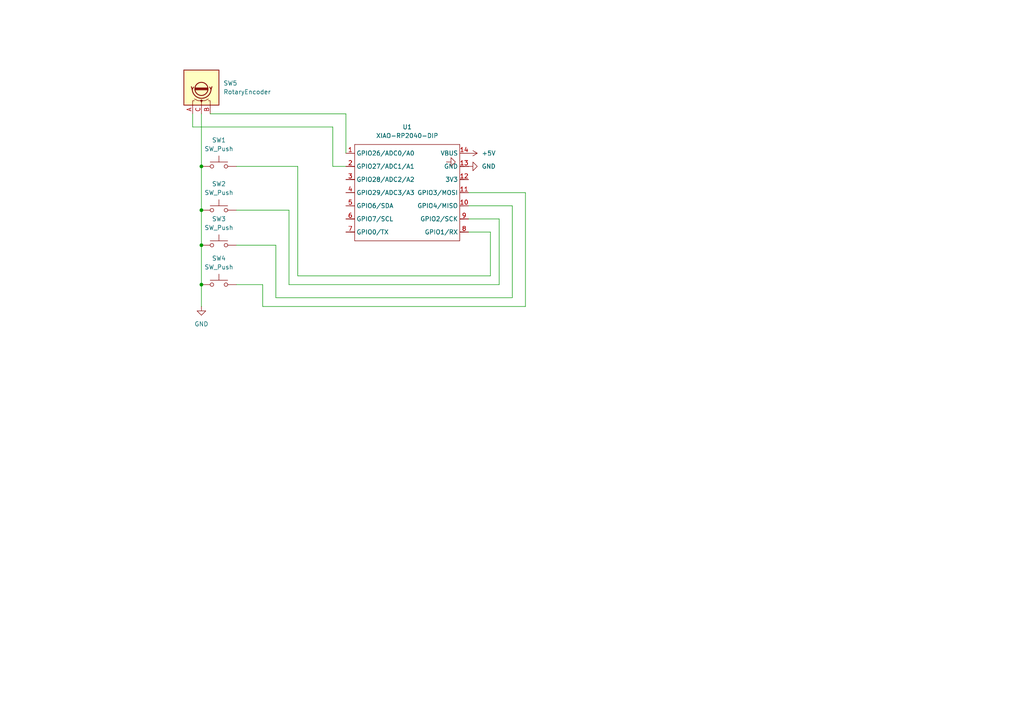
<source format=kicad_sch>
(kicad_sch
	(version 20250114)
	(generator "eeschema")
	(generator_version "9.0")
	(uuid "0ce10056-d0fb-4cb1-8af1-c651dab64af7")
	(paper "A4")
	(lib_symbols
		(symbol "Device:RotaryEncoder"
			(pin_names
				(offset 0.254)
				(hide yes)
			)
			(exclude_from_sim no)
			(in_bom yes)
			(on_board yes)
			(property "Reference" "SW"
				(at 0 6.604 0)
				(effects
					(font
						(size 1.27 1.27)
					)
				)
			)
			(property "Value" "RotaryEncoder"
				(at 0 -6.604 0)
				(effects
					(font
						(size 1.27 1.27)
					)
				)
			)
			(property "Footprint" ""
				(at -3.81 4.064 0)
				(effects
					(font
						(size 1.27 1.27)
					)
					(hide yes)
				)
			)
			(property "Datasheet" "~"
				(at 0 6.604 0)
				(effects
					(font
						(size 1.27 1.27)
					)
					(hide yes)
				)
			)
			(property "Description" "Rotary encoder, dual channel, incremental quadrate outputs"
				(at 0 0 0)
				(effects
					(font
						(size 1.27 1.27)
					)
					(hide yes)
				)
			)
			(property "ki_keywords" "rotary switch encoder"
				(at 0 0 0)
				(effects
					(font
						(size 1.27 1.27)
					)
					(hide yes)
				)
			)
			(property "ki_fp_filters" "RotaryEncoder*"
				(at 0 0 0)
				(effects
					(font
						(size 1.27 1.27)
					)
					(hide yes)
				)
			)
			(symbol "RotaryEncoder_0_1"
				(rectangle
					(start -5.08 5.08)
					(end 5.08 -5.08)
					(stroke
						(width 0.254)
						(type default)
					)
					(fill
						(type background)
					)
				)
				(polyline
					(pts
						(xy -5.08 2.54) (xy -3.81 2.54) (xy -3.81 2.032)
					)
					(stroke
						(width 0)
						(type default)
					)
					(fill
						(type none)
					)
				)
				(polyline
					(pts
						(xy -5.08 0) (xy -3.81 0) (xy -3.81 -1.016) (xy -3.302 -2.032)
					)
					(stroke
						(width 0)
						(type default)
					)
					(fill
						(type none)
					)
				)
				(polyline
					(pts
						(xy -5.08 -2.54) (xy -3.81 -2.54) (xy -3.81 -2.032)
					)
					(stroke
						(width 0)
						(type default)
					)
					(fill
						(type none)
					)
				)
				(polyline
					(pts
						(xy -4.318 0) (xy -3.81 0) (xy -3.81 1.016) (xy -3.302 2.032)
					)
					(stroke
						(width 0)
						(type default)
					)
					(fill
						(type none)
					)
				)
				(circle
					(center -3.81 0)
					(radius 0.254)
					(stroke
						(width 0)
						(type default)
					)
					(fill
						(type outline)
					)
				)
				(polyline
					(pts
						(xy -0.635 -1.778) (xy -0.635 1.778)
					)
					(stroke
						(width 0.254)
						(type default)
					)
					(fill
						(type none)
					)
				)
				(circle
					(center -0.381 0)
					(radius 1.905)
					(stroke
						(width 0.254)
						(type default)
					)
					(fill
						(type none)
					)
				)
				(polyline
					(pts
						(xy -0.381 -1.778) (xy -0.381 1.778)
					)
					(stroke
						(width 0.254)
						(type default)
					)
					(fill
						(type none)
					)
				)
				(arc
					(start -0.381 -2.794)
					(mid -3.0988 -0.0635)
					(end -0.381 2.667)
					(stroke
						(width 0.254)
						(type default)
					)
					(fill
						(type none)
					)
				)
				(polyline
					(pts
						(xy -0.127 1.778) (xy -0.127 -1.778)
					)
					(stroke
						(width 0.254)
						(type default)
					)
					(fill
						(type none)
					)
				)
				(polyline
					(pts
						(xy 0.254 2.921) (xy -0.508 2.667) (xy 0.127 2.286)
					)
					(stroke
						(width 0.254)
						(type default)
					)
					(fill
						(type none)
					)
				)
				(polyline
					(pts
						(xy 0.254 -3.048) (xy -0.508 -2.794) (xy 0.127 -2.413)
					)
					(stroke
						(width 0.254)
						(type default)
					)
					(fill
						(type none)
					)
				)
			)
			(symbol "RotaryEncoder_1_1"
				(pin passive line
					(at -7.62 2.54 0)
					(length 2.54)
					(name "A"
						(effects
							(font
								(size 1.27 1.27)
							)
						)
					)
					(number "A"
						(effects
							(font
								(size 1.27 1.27)
							)
						)
					)
				)
				(pin passive line
					(at -7.62 0 0)
					(length 2.54)
					(name "C"
						(effects
							(font
								(size 1.27 1.27)
							)
						)
					)
					(number "C"
						(effects
							(font
								(size 1.27 1.27)
							)
						)
					)
				)
				(pin passive line
					(at -7.62 -2.54 0)
					(length 2.54)
					(name "B"
						(effects
							(font
								(size 1.27 1.27)
							)
						)
					)
					(number "B"
						(effects
							(font
								(size 1.27 1.27)
							)
						)
					)
				)
			)
			(embedded_fonts no)
		)
		(symbol "OPL:XIAO-RP2040-DIP"
			(exclude_from_sim no)
			(in_bom yes)
			(on_board yes)
			(property "Reference" "U"
				(at 0 0 0)
				(effects
					(font
						(size 1.27 1.27)
					)
				)
			)
			(property "Value" "XIAO-RP2040-DIP"
				(at 5.334 -1.778 0)
				(effects
					(font
						(size 1.27 1.27)
					)
				)
			)
			(property "Footprint" "Module:MOUDLE14P-XIAO-DIP-SMD"
				(at 14.478 -32.258 0)
				(effects
					(font
						(size 1.27 1.27)
					)
					(hide yes)
				)
			)
			(property "Datasheet" ""
				(at 0 0 0)
				(effects
					(font
						(size 1.27 1.27)
					)
					(hide yes)
				)
			)
			(property "Description" ""
				(at 0 0 0)
				(effects
					(font
						(size 1.27 1.27)
					)
					(hide yes)
				)
			)
			(symbol "XIAO-RP2040-DIP_1_0"
				(polyline
					(pts
						(xy -1.27 -2.54) (xy 29.21 -2.54)
					)
					(stroke
						(width 0.1524)
						(type solid)
					)
					(fill
						(type none)
					)
				)
				(polyline
					(pts
						(xy -1.27 -5.08) (xy -2.54 -5.08)
					)
					(stroke
						(width 0.1524)
						(type solid)
					)
					(fill
						(type none)
					)
				)
				(polyline
					(pts
						(xy -1.27 -5.08) (xy -1.27 -2.54)
					)
					(stroke
						(width 0.1524)
						(type solid)
					)
					(fill
						(type none)
					)
				)
				(polyline
					(pts
						(xy -1.27 -8.89) (xy -2.54 -8.89)
					)
					(stroke
						(width 0.1524)
						(type solid)
					)
					(fill
						(type none)
					)
				)
				(polyline
					(pts
						(xy -1.27 -8.89) (xy -1.27 -5.08)
					)
					(stroke
						(width 0.1524)
						(type solid)
					)
					(fill
						(type none)
					)
				)
				(polyline
					(pts
						(xy -1.27 -12.7) (xy -2.54 -12.7)
					)
					(stroke
						(width 0.1524)
						(type solid)
					)
					(fill
						(type none)
					)
				)
				(polyline
					(pts
						(xy -1.27 -12.7) (xy -1.27 -8.89)
					)
					(stroke
						(width 0.1524)
						(type solid)
					)
					(fill
						(type none)
					)
				)
				(polyline
					(pts
						(xy -1.27 -16.51) (xy -2.54 -16.51)
					)
					(stroke
						(width 0.1524)
						(type solid)
					)
					(fill
						(type none)
					)
				)
				(polyline
					(pts
						(xy -1.27 -16.51) (xy -1.27 -12.7)
					)
					(stroke
						(width 0.1524)
						(type solid)
					)
					(fill
						(type none)
					)
				)
				(polyline
					(pts
						(xy -1.27 -20.32) (xy -2.54 -20.32)
					)
					(stroke
						(width 0.1524)
						(type solid)
					)
					(fill
						(type none)
					)
				)
				(polyline
					(pts
						(xy -1.27 -24.13) (xy -2.54 -24.13)
					)
					(stroke
						(width 0.1524)
						(type solid)
					)
					(fill
						(type none)
					)
				)
				(polyline
					(pts
						(xy -1.27 -27.94) (xy -2.54 -27.94)
					)
					(stroke
						(width 0.1524)
						(type solid)
					)
					(fill
						(type none)
					)
				)
				(polyline
					(pts
						(xy -1.27 -30.48) (xy -1.27 -16.51)
					)
					(stroke
						(width 0.1524)
						(type solid)
					)
					(fill
						(type none)
					)
				)
				(polyline
					(pts
						(xy 29.21 -2.54) (xy 29.21 -5.08)
					)
					(stroke
						(width 0.1524)
						(type solid)
					)
					(fill
						(type none)
					)
				)
				(polyline
					(pts
						(xy 29.21 -5.08) (xy 29.21 -8.89)
					)
					(stroke
						(width 0.1524)
						(type solid)
					)
					(fill
						(type none)
					)
				)
				(polyline
					(pts
						(xy 29.21 -8.89) (xy 29.21 -12.7)
					)
					(stroke
						(width 0.1524)
						(type solid)
					)
					(fill
						(type none)
					)
				)
				(polyline
					(pts
						(xy 29.21 -12.7) (xy 29.21 -30.48)
					)
					(stroke
						(width 0.1524)
						(type solid)
					)
					(fill
						(type none)
					)
				)
				(polyline
					(pts
						(xy 29.21 -30.48) (xy -1.27 -30.48)
					)
					(stroke
						(width 0.1524)
						(type solid)
					)
					(fill
						(type none)
					)
				)
				(polyline
					(pts
						(xy 30.48 -5.08) (xy 29.21 -5.08)
					)
					(stroke
						(width 0.1524)
						(type solid)
					)
					(fill
						(type none)
					)
				)
				(polyline
					(pts
						(xy 30.48 -8.89) (xy 29.21 -8.89)
					)
					(stroke
						(width 0.1524)
						(type solid)
					)
					(fill
						(type none)
					)
				)
				(polyline
					(pts
						(xy 30.48 -12.7) (xy 29.21 -12.7)
					)
					(stroke
						(width 0.1524)
						(type solid)
					)
					(fill
						(type none)
					)
				)
				(polyline
					(pts
						(xy 30.48 -16.51) (xy 29.21 -16.51)
					)
					(stroke
						(width 0.1524)
						(type solid)
					)
					(fill
						(type none)
					)
				)
				(polyline
					(pts
						(xy 30.48 -20.32) (xy 29.21 -20.32)
					)
					(stroke
						(width 0.1524)
						(type solid)
					)
					(fill
						(type none)
					)
				)
				(polyline
					(pts
						(xy 30.48 -24.13) (xy 29.21 -24.13)
					)
					(stroke
						(width 0.1524)
						(type solid)
					)
					(fill
						(type none)
					)
				)
				(polyline
					(pts
						(xy 30.48 -27.94) (xy 29.21 -27.94)
					)
					(stroke
						(width 0.1524)
						(type solid)
					)
					(fill
						(type none)
					)
				)
				(pin passive line
					(at -3.81 -5.08 0)
					(length 2.54)
					(name "GPIO26/ADC0/A0"
						(effects
							(font
								(size 1.27 1.27)
							)
						)
					)
					(number "1"
						(effects
							(font
								(size 1.27 1.27)
							)
						)
					)
				)
				(pin passive line
					(at -3.81 -8.89 0)
					(length 2.54)
					(name "GPIO27/ADC1/A1"
						(effects
							(font
								(size 1.27 1.27)
							)
						)
					)
					(number "2"
						(effects
							(font
								(size 1.27 1.27)
							)
						)
					)
				)
				(pin passive line
					(at -3.81 -12.7 0)
					(length 2.54)
					(name "GPIO28/ADC2/A2"
						(effects
							(font
								(size 1.27 1.27)
							)
						)
					)
					(number "3"
						(effects
							(font
								(size 1.27 1.27)
							)
						)
					)
				)
				(pin passive line
					(at -3.81 -16.51 0)
					(length 2.54)
					(name "GPIO29/ADC3/A3"
						(effects
							(font
								(size 1.27 1.27)
							)
						)
					)
					(number "4"
						(effects
							(font
								(size 1.27 1.27)
							)
						)
					)
				)
				(pin passive line
					(at -3.81 -20.32 0)
					(length 2.54)
					(name "GPIO6/SDA"
						(effects
							(font
								(size 1.27 1.27)
							)
						)
					)
					(number "5"
						(effects
							(font
								(size 1.27 1.27)
							)
						)
					)
				)
				(pin passive line
					(at -3.81 -24.13 0)
					(length 2.54)
					(name "GPIO7/SCL"
						(effects
							(font
								(size 1.27 1.27)
							)
						)
					)
					(number "6"
						(effects
							(font
								(size 1.27 1.27)
							)
						)
					)
				)
				(pin passive line
					(at -3.81 -27.94 0)
					(length 2.54)
					(name "GPIO0/TX"
						(effects
							(font
								(size 1.27 1.27)
							)
						)
					)
					(number "7"
						(effects
							(font
								(size 1.27 1.27)
							)
						)
					)
				)
				(pin passive line
					(at 31.75 -5.08 180)
					(length 2.54)
					(name "VBUS"
						(effects
							(font
								(size 1.27 1.27)
							)
						)
					)
					(number "14"
						(effects
							(font
								(size 1.27 1.27)
							)
						)
					)
				)
				(pin passive line
					(at 31.75 -8.89 180)
					(length 2.54)
					(name "GND"
						(effects
							(font
								(size 1.27 1.27)
							)
						)
					)
					(number "13"
						(effects
							(font
								(size 1.27 1.27)
							)
						)
					)
				)
				(pin passive line
					(at 31.75 -12.7 180)
					(length 2.54)
					(name "3V3"
						(effects
							(font
								(size 1.27 1.27)
							)
						)
					)
					(number "12"
						(effects
							(font
								(size 1.27 1.27)
							)
						)
					)
				)
				(pin passive line
					(at 31.75 -16.51 180)
					(length 2.54)
					(name "GPIO3/MOSI"
						(effects
							(font
								(size 1.27 1.27)
							)
						)
					)
					(number "11"
						(effects
							(font
								(size 1.27 1.27)
							)
						)
					)
				)
				(pin passive line
					(at 31.75 -20.32 180)
					(length 2.54)
					(name "GPIO4/MISO"
						(effects
							(font
								(size 1.27 1.27)
							)
						)
					)
					(number "10"
						(effects
							(font
								(size 1.27 1.27)
							)
						)
					)
				)
				(pin passive line
					(at 31.75 -24.13 180)
					(length 2.54)
					(name "GPIO2/SCK"
						(effects
							(font
								(size 1.27 1.27)
							)
						)
					)
					(number "9"
						(effects
							(font
								(size 1.27 1.27)
							)
						)
					)
				)
				(pin passive line
					(at 31.75 -27.94 180)
					(length 2.54)
					(name "GPIO1/RX"
						(effects
							(font
								(size 1.27 1.27)
							)
						)
					)
					(number "8"
						(effects
							(font
								(size 1.27 1.27)
							)
						)
					)
				)
			)
			(embedded_fonts no)
		)
		(symbol "Switch:SW_Push"
			(pin_numbers
				(hide yes)
			)
			(pin_names
				(offset 1.016)
				(hide yes)
			)
			(exclude_from_sim no)
			(in_bom yes)
			(on_board yes)
			(property "Reference" "SW"
				(at 1.27 2.54 0)
				(effects
					(font
						(size 1.27 1.27)
					)
					(justify left)
				)
			)
			(property "Value" "SW_Push"
				(at 0 -1.524 0)
				(effects
					(font
						(size 1.27 1.27)
					)
				)
			)
			(property "Footprint" ""
				(at 0 5.08 0)
				(effects
					(font
						(size 1.27 1.27)
					)
					(hide yes)
				)
			)
			(property "Datasheet" "~"
				(at 0 5.08 0)
				(effects
					(font
						(size 1.27 1.27)
					)
					(hide yes)
				)
			)
			(property "Description" "Push button switch, generic, two pins"
				(at 0 0 0)
				(effects
					(font
						(size 1.27 1.27)
					)
					(hide yes)
				)
			)
			(property "ki_keywords" "switch normally-open pushbutton push-button"
				(at 0 0 0)
				(effects
					(font
						(size 1.27 1.27)
					)
					(hide yes)
				)
			)
			(symbol "SW_Push_0_1"
				(circle
					(center -2.032 0)
					(radius 0.508)
					(stroke
						(width 0)
						(type default)
					)
					(fill
						(type none)
					)
				)
				(polyline
					(pts
						(xy 0 1.27) (xy 0 3.048)
					)
					(stroke
						(width 0)
						(type default)
					)
					(fill
						(type none)
					)
				)
				(circle
					(center 2.032 0)
					(radius 0.508)
					(stroke
						(width 0)
						(type default)
					)
					(fill
						(type none)
					)
				)
				(polyline
					(pts
						(xy 2.54 1.27) (xy -2.54 1.27)
					)
					(stroke
						(width 0)
						(type default)
					)
					(fill
						(type none)
					)
				)
				(pin passive line
					(at -5.08 0 0)
					(length 2.54)
					(name "1"
						(effects
							(font
								(size 1.27 1.27)
							)
						)
					)
					(number "1"
						(effects
							(font
								(size 1.27 1.27)
							)
						)
					)
				)
				(pin passive line
					(at 5.08 0 180)
					(length 2.54)
					(name "2"
						(effects
							(font
								(size 1.27 1.27)
							)
						)
					)
					(number "2"
						(effects
							(font
								(size 1.27 1.27)
							)
						)
					)
				)
			)
			(embedded_fonts no)
		)
		(symbol "power:+5V"
			(power)
			(pin_numbers
				(hide yes)
			)
			(pin_names
				(offset 0)
				(hide yes)
			)
			(exclude_from_sim no)
			(in_bom yes)
			(on_board yes)
			(property "Reference" "#PWR"
				(at 0 -3.81 0)
				(effects
					(font
						(size 1.27 1.27)
					)
					(hide yes)
				)
			)
			(property "Value" "+5V"
				(at 0 3.556 0)
				(effects
					(font
						(size 1.27 1.27)
					)
				)
			)
			(property "Footprint" ""
				(at 0 0 0)
				(effects
					(font
						(size 1.27 1.27)
					)
					(hide yes)
				)
			)
			(property "Datasheet" ""
				(at 0 0 0)
				(effects
					(font
						(size 1.27 1.27)
					)
					(hide yes)
				)
			)
			(property "Description" "Power symbol creates a global label with name \"+5V\""
				(at 0 0 0)
				(effects
					(font
						(size 1.27 1.27)
					)
					(hide yes)
				)
			)
			(property "ki_keywords" "global power"
				(at 0 0 0)
				(effects
					(font
						(size 1.27 1.27)
					)
					(hide yes)
				)
			)
			(symbol "+5V_0_1"
				(polyline
					(pts
						(xy -0.762 1.27) (xy 0 2.54)
					)
					(stroke
						(width 0)
						(type default)
					)
					(fill
						(type none)
					)
				)
				(polyline
					(pts
						(xy 0 2.54) (xy 0.762 1.27)
					)
					(stroke
						(width 0)
						(type default)
					)
					(fill
						(type none)
					)
				)
				(polyline
					(pts
						(xy 0 0) (xy 0 2.54)
					)
					(stroke
						(width 0)
						(type default)
					)
					(fill
						(type none)
					)
				)
			)
			(symbol "+5V_1_1"
				(pin power_in line
					(at 0 0 90)
					(length 0)
					(name "~"
						(effects
							(font
								(size 1.27 1.27)
							)
						)
					)
					(number "1"
						(effects
							(font
								(size 1.27 1.27)
							)
						)
					)
				)
			)
			(embedded_fonts no)
		)
		(symbol "power:GND"
			(power)
			(pin_numbers
				(hide yes)
			)
			(pin_names
				(offset 0)
				(hide yes)
			)
			(exclude_from_sim no)
			(in_bom yes)
			(on_board yes)
			(property "Reference" "#PWR"
				(at 0 -6.35 0)
				(effects
					(font
						(size 1.27 1.27)
					)
					(hide yes)
				)
			)
			(property "Value" "GND"
				(at 0 -3.81 0)
				(effects
					(font
						(size 1.27 1.27)
					)
				)
			)
			(property "Footprint" ""
				(at 0 0 0)
				(effects
					(font
						(size 1.27 1.27)
					)
					(hide yes)
				)
			)
			(property "Datasheet" ""
				(at 0 0 0)
				(effects
					(font
						(size 1.27 1.27)
					)
					(hide yes)
				)
			)
			(property "Description" "Power symbol creates a global label with name \"GND\" , ground"
				(at 0 0 0)
				(effects
					(font
						(size 1.27 1.27)
					)
					(hide yes)
				)
			)
			(property "ki_keywords" "global power"
				(at 0 0 0)
				(effects
					(font
						(size 1.27 1.27)
					)
					(hide yes)
				)
			)
			(symbol "GND_0_1"
				(polyline
					(pts
						(xy 0 0) (xy 0 -1.27) (xy 1.27 -1.27) (xy 0 -2.54) (xy -1.27 -1.27) (xy 0 -1.27)
					)
					(stroke
						(width 0)
						(type default)
					)
					(fill
						(type none)
					)
				)
			)
			(symbol "GND_1_1"
				(pin power_in line
					(at 0 0 270)
					(length 0)
					(name "~"
						(effects
							(font
								(size 1.27 1.27)
							)
						)
					)
					(number "1"
						(effects
							(font
								(size 1.27 1.27)
							)
						)
					)
				)
			)
			(embedded_fonts no)
		)
	)
	(junction
		(at 58.42 82.55)
		(diameter 0)
		(color 0 0 0 0)
		(uuid "103b64e6-ad0a-4f4e-9798-52ae1c8af522")
	)
	(junction
		(at 58.42 60.96)
		(diameter 0)
		(color 0 0 0 0)
		(uuid "39f8c8ff-deae-49d8-b8b9-18204da4e028")
	)
	(junction
		(at 58.42 71.12)
		(diameter 0)
		(color 0 0 0 0)
		(uuid "6305bb8e-3bda-4bd8-81d8-32c068c8c157")
	)
	(junction
		(at 58.42 48.26)
		(diameter 0)
		(color 0 0 0 0)
		(uuid "9c607f8c-0894-4109-a9df-0dca9aed63c8")
	)
	(wire
		(pts
			(xy 152.4 88.9) (xy 76.2 88.9)
		)
		(stroke
			(width 0)
			(type default)
		)
		(uuid "006d0296-7144-4a4d-b5c0-adf3ea29184c")
	)
	(wire
		(pts
			(xy 58.42 71.12) (xy 58.42 82.55)
		)
		(stroke
			(width 0)
			(type default)
		)
		(uuid "250f6e2c-047e-4dcc-a6f1-81e85653307f")
	)
	(wire
		(pts
			(xy 80.01 86.36) (xy 80.01 71.12)
		)
		(stroke
			(width 0)
			(type default)
		)
		(uuid "263f10a8-81d4-494c-b4cd-20d955e96f0f")
	)
	(wire
		(pts
			(xy 135.89 63.5) (xy 144.78 63.5)
		)
		(stroke
			(width 0)
			(type default)
		)
		(uuid "27aa744d-8ed5-4056-b03d-be5daa82de31")
	)
	(wire
		(pts
			(xy 55.88 36.83) (xy 55.88 33.02)
		)
		(stroke
			(width 0)
			(type default)
		)
		(uuid "310c7a3a-e0a6-4a6a-9985-1e9258203853")
	)
	(wire
		(pts
			(xy 86.36 80.01) (xy 86.36 48.26)
		)
		(stroke
			(width 0)
			(type default)
		)
		(uuid "3af57118-c776-4726-84f8-5eb801dbf8ed")
	)
	(wire
		(pts
			(xy 142.24 67.31) (xy 142.24 80.01)
		)
		(stroke
			(width 0)
			(type default)
		)
		(uuid "3f60e2fa-986b-46b2-aaea-432588c11a54")
	)
	(wire
		(pts
			(xy 135.89 67.31) (xy 142.24 67.31)
		)
		(stroke
			(width 0)
			(type default)
		)
		(uuid "44c953be-de26-4c65-aa89-c7956da8379c")
	)
	(wire
		(pts
			(xy 142.24 80.01) (xy 86.36 80.01)
		)
		(stroke
			(width 0)
			(type default)
		)
		(uuid "4db47987-b9e2-4a0f-a6cc-8cb75db54384")
	)
	(wire
		(pts
			(xy 80.01 71.12) (xy 68.58 71.12)
		)
		(stroke
			(width 0)
			(type default)
		)
		(uuid "4e25a02d-2149-451f-9302-2631f19e6c65")
	)
	(wire
		(pts
			(xy 58.42 82.55) (xy 58.42 88.9)
		)
		(stroke
			(width 0)
			(type default)
		)
		(uuid "5701f57a-bfcd-4ae7-83f7-09f923032149")
	)
	(wire
		(pts
			(xy 144.78 63.5) (xy 144.78 82.55)
		)
		(stroke
			(width 0)
			(type default)
		)
		(uuid "5b6ee40f-7105-4124-b893-d1b0a2e3443f")
	)
	(wire
		(pts
			(xy 83.82 82.55) (xy 83.82 60.96)
		)
		(stroke
			(width 0)
			(type default)
		)
		(uuid "660ce49f-d2fd-4f10-94f4-e3bcf904d2e3")
	)
	(wire
		(pts
			(xy 58.42 60.96) (xy 58.42 71.12)
		)
		(stroke
			(width 0)
			(type default)
		)
		(uuid "6a8f568b-10dd-4c61-b675-899aa8b7a182")
	)
	(wire
		(pts
			(xy 96.52 36.83) (xy 55.88 36.83)
		)
		(stroke
			(width 0)
			(type default)
		)
		(uuid "6feb025c-7d1b-4584-bee4-d3851577e4bc")
	)
	(wire
		(pts
			(xy 100.33 48.26) (xy 96.52 48.26)
		)
		(stroke
			(width 0)
			(type default)
		)
		(uuid "751fd94c-7743-43f7-8253-88c726280b03")
	)
	(wire
		(pts
			(xy 58.42 33.02) (xy 58.42 48.26)
		)
		(stroke
			(width 0)
			(type default)
		)
		(uuid "7c170a8a-77f9-453d-8806-374d2e44241d")
	)
	(wire
		(pts
			(xy 135.89 59.69) (xy 148.59 59.69)
		)
		(stroke
			(width 0)
			(type default)
		)
		(uuid "91bb2023-0b06-4ed0-a92e-45685acf98d6")
	)
	(wire
		(pts
			(xy 148.59 86.36) (xy 80.01 86.36)
		)
		(stroke
			(width 0)
			(type default)
		)
		(uuid "a48994b4-8eed-4f9b-bca4-a0579120e823")
	)
	(wire
		(pts
			(xy 58.42 48.26) (xy 58.42 60.96)
		)
		(stroke
			(width 0)
			(type default)
		)
		(uuid "a5f5cdd3-e3e5-460a-a766-66c2660cbfe5")
	)
	(wire
		(pts
			(xy 135.89 55.88) (xy 152.4 55.88)
		)
		(stroke
			(width 0)
			(type default)
		)
		(uuid "ac91d46b-3b88-47cf-aabc-551b240f6d94")
	)
	(wire
		(pts
			(xy 86.36 48.26) (xy 68.58 48.26)
		)
		(stroke
			(width 0)
			(type default)
		)
		(uuid "af265a49-3b34-46d6-bde8-7eccd9aecb24")
	)
	(wire
		(pts
			(xy 152.4 55.88) (xy 152.4 88.9)
		)
		(stroke
			(width 0)
			(type default)
		)
		(uuid "af410574-7e53-4cca-bddc-7b7ccea58839")
	)
	(wire
		(pts
			(xy 100.33 33.02) (xy 60.96 33.02)
		)
		(stroke
			(width 0)
			(type default)
		)
		(uuid "c05b3e10-a732-4387-b67c-97261ffe9d08")
	)
	(wire
		(pts
			(xy 76.2 82.55) (xy 68.58 82.55)
		)
		(stroke
			(width 0)
			(type default)
		)
		(uuid "cdfc26e5-56dd-47ee-b528-ebac578b69ac")
	)
	(wire
		(pts
			(xy 76.2 88.9) (xy 76.2 82.55)
		)
		(stroke
			(width 0)
			(type default)
		)
		(uuid "d4228edb-18b3-47a6-8c9b-39ceec35177b")
	)
	(wire
		(pts
			(xy 148.59 59.69) (xy 148.59 86.36)
		)
		(stroke
			(width 0)
			(type default)
		)
		(uuid "dcaebc40-3989-473c-a813-d10b9fc823c5")
	)
	(wire
		(pts
			(xy 100.33 44.45) (xy 100.33 33.02)
		)
		(stroke
			(width 0)
			(type default)
		)
		(uuid "f2db27c5-4969-4a30-b02d-7e86ffba3b4c")
	)
	(wire
		(pts
			(xy 96.52 48.26) (xy 96.52 36.83)
		)
		(stroke
			(width 0)
			(type default)
		)
		(uuid "f9a852ed-85d4-4430-968c-b2c8412809c9")
	)
	(wire
		(pts
			(xy 83.82 60.96) (xy 68.58 60.96)
		)
		(stroke
			(width 0)
			(type default)
		)
		(uuid "f9e3e9f7-6c3f-42d1-a615-d523f8f363fc")
	)
	(wire
		(pts
			(xy 144.78 82.55) (xy 83.82 82.55)
		)
		(stroke
			(width 0)
			(type default)
		)
		(uuid "fd8552fe-d72a-44e9-8179-7317dbde46fd")
	)
	(symbol
		(lib_id "Switch:SW_Push")
		(at 63.5 48.26 0)
		(unit 1)
		(exclude_from_sim no)
		(in_bom yes)
		(on_board yes)
		(dnp no)
		(fields_autoplaced yes)
		(uuid "345f5bab-0df4-48f6-9600-7339176ee9af")
		(property "Reference" "SW1"
			(at 63.5 40.64 0)
			(effects
				(font
					(size 1.27 1.27)
				)
			)
		)
		(property "Value" "SW_Push"
			(at 63.5 43.18 0)
			(effects
				(font
					(size 1.27 1.27)
				)
			)
		)
		(property "Footprint" "Button_Switch_Keyboard:SW_Cherry_MX_1.00u_PCB"
			(at 63.5 43.18 0)
			(effects
				(font
					(size 1.27 1.27)
				)
				(hide yes)
			)
		)
		(property "Datasheet" "~"
			(at 63.5 43.18 0)
			(effects
				(font
					(size 1.27 1.27)
				)
				(hide yes)
			)
		)
		(property "Description" "Push button switch, generic, two pins"
			(at 63.5 48.26 0)
			(effects
				(font
					(size 1.27 1.27)
				)
				(hide yes)
			)
		)
		(pin "2"
			(uuid "2c82ba03-e05d-4daf-b336-0b8798aad169")
		)
		(pin "1"
			(uuid "cda132d0-d4fe-40c8-8ed2-6c2bac79e8c1")
		)
		(instances
			(project ""
				(path "/0ce10056-d0fb-4cb1-8af1-c651dab64af7"
					(reference "SW1")
					(unit 1)
				)
			)
		)
	)
	(symbol
		(lib_id "power:GND")
		(at 135.89 48.26 90)
		(unit 1)
		(exclude_from_sim no)
		(in_bom yes)
		(on_board yes)
		(dnp no)
		(fields_autoplaced yes)
		(uuid "40039734-8e25-4891-bc4b-15b91dd2f8b4")
		(property "Reference" "#PWR03"
			(at 142.24 48.26 0)
			(effects
				(font
					(size 1.27 1.27)
				)
				(hide yes)
			)
		)
		(property "Value" "GND"
			(at 139.7 48.2599 90)
			(effects
				(font
					(size 1.27 1.27)
				)
				(justify right)
			)
		)
		(property "Footprint" ""
			(at 135.89 48.26 0)
			(effects
				(font
					(size 1.27 1.27)
				)
				(hide yes)
			)
		)
		(property "Datasheet" ""
			(at 135.89 48.26 0)
			(effects
				(font
					(size 1.27 1.27)
				)
				(hide yes)
			)
		)
		(property "Description" "Power symbol creates a global label with name \"GND\" , ground"
			(at 135.89 48.26 0)
			(effects
				(font
					(size 1.27 1.27)
				)
				(hide yes)
			)
		)
		(pin "1"
			(uuid "b1dcfe55-b22b-44c6-ac96-02695ca58001")
		)
		(instances
			(project ""
				(path "/0ce10056-d0fb-4cb1-8af1-c651dab64af7"
					(reference "#PWR03")
					(unit 1)
				)
			)
		)
	)
	(symbol
		(lib_id "power:GND")
		(at 129.54 46.99 90)
		(unit 1)
		(exclude_from_sim no)
		(in_bom yes)
		(on_board yes)
		(dnp no)
		(fields_autoplaced yes)
		(uuid "7cda0b7b-8fb1-44a7-b071-5958b1eac498")
		(property "Reference" "#PWR04"
			(at 135.89 46.99 0)
			(effects
				(font
					(size 1.27 1.27)
				)
				(hide yes)
			)
		)
		(property "Value" "GND"
			(at 133.35 46.9899 90)
			(effects
				(font
					(size 1.27 1.27)
				)
				(justify right)
				(hide yes)
			)
		)
		(property "Footprint" ""
			(at 129.54 46.99 0)
			(effects
				(font
					(size 1.27 1.27)
				)
				(hide yes)
			)
		)
		(property "Datasheet" ""
			(at 129.54 46.99 0)
			(effects
				(font
					(size 1.27 1.27)
				)
				(hide yes)
			)
		)
		(property "Description" "Power symbol creates a global label with name \"GND\" , ground"
			(at 129.54 46.99 0)
			(effects
				(font
					(size 1.27 1.27)
				)
				(hide yes)
			)
		)
		(pin "1"
			(uuid "b1dcfe55-b22b-44c6-ac96-02695ca58002")
		)
		(instances
			(project ""
				(path "/0ce10056-d0fb-4cb1-8af1-c651dab64af7"
					(reference "#PWR04")
					(unit 1)
				)
			)
		)
	)
	(symbol
		(lib_id "OPL:XIAO-RP2040-DIP")
		(at 104.14 39.37 0)
		(unit 1)
		(exclude_from_sim no)
		(in_bom yes)
		(on_board yes)
		(dnp no)
		(fields_autoplaced yes)
		(uuid "9305646c-1d1a-4867-9c41-3bbc2fb82282")
		(property "Reference" "U1"
			(at 118.11 36.83 0)
			(effects
				(font
					(size 1.27 1.27)
				)
			)
		)
		(property "Value" "XIAO-RP2040-DIP"
			(at 118.11 39.37 0)
			(effects
				(font
					(size 1.27 1.27)
				)
			)
		)
		(property "Footprint" "Seeed Studio XIAO Series Library:XIAO-RP2040-DIP"
			(at 118.618 71.628 0)
			(effects
				(font
					(size 1.27 1.27)
				)
				(hide yes)
			)
		)
		(property "Datasheet" ""
			(at 104.14 39.37 0)
			(effects
				(font
					(size 1.27 1.27)
				)
				(hide yes)
			)
		)
		(property "Description" ""
			(at 104.14 39.37 0)
			(effects
				(font
					(size 1.27 1.27)
				)
				(hide yes)
			)
		)
		(pin "9"
			(uuid "b275e5b5-35ec-473d-b4f4-c097495dee07")
		)
		(pin "11"
			(uuid "5dc21a99-c1d3-489d-8cc7-4120b1563872")
		)
		(pin "5"
			(uuid "02f84bb1-9eb7-40e7-885e-a56021f09539")
		)
		(pin "2"
			(uuid "13924c87-38d2-411a-ae43-12ea40518431")
		)
		(pin "6"
			(uuid "2950d290-ed66-4083-bca5-8f556f3bb691")
		)
		(pin "10"
			(uuid "e363d183-2509-455c-8869-6e862edeb8de")
		)
		(pin "7"
			(uuid "a56e38ed-2c6a-49f9-804d-3fcb1b1b8224")
		)
		(pin "14"
			(uuid "f751c62d-0f21-4455-aeb4-2ed7278880d5")
		)
		(pin "13"
			(uuid "67fa046f-88b9-48ae-b21e-0d663cee56d4")
		)
		(pin "4"
			(uuid "27114988-31e8-4ce3-a9f8-082a102662e5")
		)
		(pin "1"
			(uuid "ac0ced51-e7d7-442f-a62c-17e53e84eaa1")
		)
		(pin "12"
			(uuid "8b0df6d3-b2a5-421c-a548-8782b33a00f3")
		)
		(pin "3"
			(uuid "c0a4ce82-7889-4462-8581-841d5e5c94fc")
		)
		(pin "8"
			(uuid "e9865b7a-a6e2-4f4b-baba-d7684d675df0")
		)
		(instances
			(project ""
				(path "/0ce10056-d0fb-4cb1-8af1-c651dab64af7"
					(reference "U1")
					(unit 1)
				)
			)
		)
	)
	(symbol
		(lib_id "power:+5V")
		(at 135.89 44.45 270)
		(unit 1)
		(exclude_from_sim no)
		(in_bom yes)
		(on_board yes)
		(dnp no)
		(fields_autoplaced yes)
		(uuid "b5795ed0-2277-47e4-a5cd-9554eb4750df")
		(property "Reference" "#PWR07"
			(at 132.08 44.45 0)
			(effects
				(font
					(size 1.27 1.27)
				)
				(hide yes)
			)
		)
		(property "Value" "+5V"
			(at 139.7 44.4499 90)
			(effects
				(font
					(size 1.27 1.27)
				)
				(justify left)
			)
		)
		(property "Footprint" ""
			(at 135.89 44.45 0)
			(effects
				(font
					(size 1.27 1.27)
				)
				(hide yes)
			)
		)
		(property "Datasheet" ""
			(at 135.89 44.45 0)
			(effects
				(font
					(size 1.27 1.27)
				)
				(hide yes)
			)
		)
		(property "Description" "Power symbol creates a global label with name \"+5V\""
			(at 135.89 44.45 0)
			(effects
				(font
					(size 1.27 1.27)
				)
				(hide yes)
			)
		)
		(pin "1"
			(uuid "809f392f-44f1-4a00-bcb9-da7f22770af0")
		)
		(instances
			(project ""
				(path "/0ce10056-d0fb-4cb1-8af1-c651dab64af7"
					(reference "#PWR07")
					(unit 1)
				)
			)
		)
	)
	(symbol
		(lib_id "Device:RotaryEncoder")
		(at 58.42 25.4 90)
		(unit 1)
		(exclude_from_sim no)
		(in_bom yes)
		(on_board yes)
		(dnp no)
		(fields_autoplaced yes)
		(uuid "c2a9f8b2-174e-4f91-ba5f-3dbee994df77")
		(property "Reference" "SW5"
			(at 64.77 24.1299 90)
			(effects
				(font
					(size 1.27 1.27)
				)
				(justify right)
			)
		)
		(property "Value" "RotaryEncoder"
			(at 64.77 26.6699 90)
			(effects
				(font
					(size 1.27 1.27)
				)
				(justify right)
			)
		)
		(property "Footprint" "Rotary_Encoder:RotaryEncoder_Alps_EC11E_Vertical_H20mm_CircularMountingHoles"
			(at 54.356 29.21 0)
			(effects
				(font
					(size 1.27 1.27)
				)
				(hide yes)
			)
		)
		(property "Datasheet" "~"
			(at 51.816 25.4 0)
			(effects
				(font
					(size 1.27 1.27)
				)
				(hide yes)
			)
		)
		(property "Description" "Rotary encoder, dual channel, incremental quadrate outputs"
			(at 58.42 25.4 0)
			(effects
				(font
					(size 1.27 1.27)
				)
				(hide yes)
			)
		)
		(pin "C"
			(uuid "7d4043c7-afbb-4a1a-bce4-e681d5648e03")
		)
		(pin "A"
			(uuid "220245b9-225f-4c7e-8c2d-859c8b751f31")
		)
		(pin "B"
			(uuid "f97ca123-3ae6-4616-a181-cfd1057859af")
		)
		(instances
			(project ""
				(path "/0ce10056-d0fb-4cb1-8af1-c651dab64af7"
					(reference "SW5")
					(unit 1)
				)
			)
		)
	)
	(symbol
		(lib_id "Switch:SW_Push")
		(at 63.5 60.96 0)
		(unit 1)
		(exclude_from_sim no)
		(in_bom yes)
		(on_board yes)
		(dnp no)
		(fields_autoplaced yes)
		(uuid "c70f157b-55b2-469c-85f0-8ab4a7c1d9b0")
		(property "Reference" "SW2"
			(at 63.5 53.34 0)
			(effects
				(font
					(size 1.27 1.27)
				)
			)
		)
		(property "Value" "SW_Push"
			(at 63.5 55.88 0)
			(effects
				(font
					(size 1.27 1.27)
				)
			)
		)
		(property "Footprint" "Button_Switch_Keyboard:SW_Cherry_MX_1.00u_PCB"
			(at 63.5 55.88 0)
			(effects
				(font
					(size 1.27 1.27)
				)
				(hide yes)
			)
		)
		(property "Datasheet" "~"
			(at 63.5 55.88 0)
			(effects
				(font
					(size 1.27 1.27)
				)
				(hide yes)
			)
		)
		(property "Description" "Push button switch, generic, two pins"
			(at 63.5 60.96 0)
			(effects
				(font
					(size 1.27 1.27)
				)
				(hide yes)
			)
		)
		(pin "1"
			(uuid "64ed4c8f-9ac5-44f5-90de-1d68a65610aa")
		)
		(pin "2"
			(uuid "b9e5de6c-3c0a-4e97-9fb2-a7ff5778072d")
		)
		(instances
			(project ""
				(path "/0ce10056-d0fb-4cb1-8af1-c651dab64af7"
					(reference "SW2")
					(unit 1)
				)
			)
		)
	)
	(symbol
		(lib_id "Switch:SW_Push")
		(at 63.5 82.55 0)
		(unit 1)
		(exclude_from_sim no)
		(in_bom yes)
		(on_board yes)
		(dnp no)
		(fields_autoplaced yes)
		(uuid "d88cefba-be65-4af2-981f-fcb1da3a8827")
		(property "Reference" "SW4"
			(at 63.5 74.93 0)
			(effects
				(font
					(size 1.27 1.27)
				)
			)
		)
		(property "Value" "SW_Push"
			(at 63.5 77.47 0)
			(effects
				(font
					(size 1.27 1.27)
				)
			)
		)
		(property "Footprint" "Button_Switch_Keyboard:SW_Cherry_MX_1.00u_PCB"
			(at 63.5 77.47 0)
			(effects
				(font
					(size 1.27 1.27)
				)
				(hide yes)
			)
		)
		(property "Datasheet" "~"
			(at 63.5 77.47 0)
			(effects
				(font
					(size 1.27 1.27)
				)
				(hide yes)
			)
		)
		(property "Description" "Push button switch, generic, two pins"
			(at 63.5 82.55 0)
			(effects
				(font
					(size 1.27 1.27)
				)
				(hide yes)
			)
		)
		(pin "1"
			(uuid "64ed4c8f-9ac5-44f5-90de-1d68a65610ab")
		)
		(pin "2"
			(uuid "b9e5de6c-3c0a-4e97-9fb2-a7ff5778072e")
		)
		(instances
			(project ""
				(path "/0ce10056-d0fb-4cb1-8af1-c651dab64af7"
					(reference "SW4")
					(unit 1)
				)
			)
		)
	)
	(symbol
		(lib_id "Switch:SW_Push")
		(at 63.5 71.12 0)
		(unit 1)
		(exclude_from_sim no)
		(in_bom yes)
		(on_board yes)
		(dnp no)
		(fields_autoplaced yes)
		(uuid "db3004ca-fefa-457a-aac0-47c19940a3f5")
		(property "Reference" "SW3"
			(at 63.5 63.5 0)
			(effects
				(font
					(size 1.27 1.27)
				)
			)
		)
		(property "Value" "SW_Push"
			(at 63.5 66.04 0)
			(effects
				(font
					(size 1.27 1.27)
				)
			)
		)
		(property "Footprint" "Button_Switch_Keyboard:SW_Cherry_MX_1.00u_PCB"
			(at 63.5 66.04 0)
			(effects
				(font
					(size 1.27 1.27)
				)
				(hide yes)
			)
		)
		(property "Datasheet" "~"
			(at 63.5 66.04 0)
			(effects
				(font
					(size 1.27 1.27)
				)
				(hide yes)
			)
		)
		(property "Description" "Push button switch, generic, two pins"
			(at 63.5 71.12 0)
			(effects
				(font
					(size 1.27 1.27)
				)
				(hide yes)
			)
		)
		(pin "1"
			(uuid "64ed4c8f-9ac5-44f5-90de-1d68a65610ac")
		)
		(pin "2"
			(uuid "b9e5de6c-3c0a-4e97-9fb2-a7ff5778072f")
		)
		(instances
			(project ""
				(path "/0ce10056-d0fb-4cb1-8af1-c651dab64af7"
					(reference "SW3")
					(unit 1)
				)
			)
		)
	)
	(symbol
		(lib_id "power:GND")
		(at 58.42 88.9 0)
		(unit 1)
		(exclude_from_sim no)
		(in_bom yes)
		(on_board yes)
		(dnp no)
		(fields_autoplaced yes)
		(uuid "f761a95c-ae02-42ee-b757-b7359af64766")
		(property "Reference" "#PWR01"
			(at 58.42 95.25 0)
			(effects
				(font
					(size 1.27 1.27)
				)
				(hide yes)
			)
		)
		(property "Value" "GND"
			(at 58.42 93.98 0)
			(effects
				(font
					(size 1.27 1.27)
				)
			)
		)
		(property "Footprint" ""
			(at 58.42 88.9 0)
			(effects
				(font
					(size 1.27 1.27)
				)
				(hide yes)
			)
		)
		(property "Datasheet" ""
			(at 58.42 88.9 0)
			(effects
				(font
					(size 1.27 1.27)
				)
				(hide yes)
			)
		)
		(property "Description" "Power symbol creates a global label with name \"GND\" , ground"
			(at 58.42 88.9 0)
			(effects
				(font
					(size 1.27 1.27)
				)
				(hide yes)
			)
		)
		(pin "1"
			(uuid "b1dcfe55-b22b-44c6-ac96-02695ca58003")
		)
		(instances
			(project ""
				(path "/0ce10056-d0fb-4cb1-8af1-c651dab64af7"
					(reference "#PWR01")
					(unit 1)
				)
			)
		)
	)
	(sheet_instances
		(path "/"
			(page "1")
		)
	)
	(embedded_fonts no)
)

</source>
